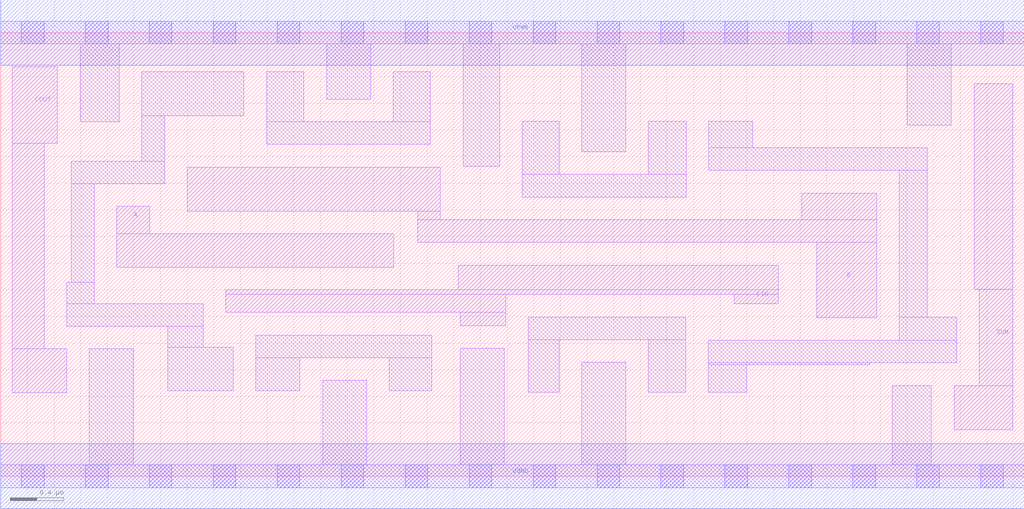
<source format=lef>
# Copyright 2020 The SkyWater PDK Authors
#
# Licensed under the Apache License, Version 2.0 (the "License");
# you may not use this file except in compliance with the License.
# You may obtain a copy of the License at
#
#     https://www.apache.org/licenses/LICENSE-2.0
#
# Unless required by applicable law or agreed to in writing, software
# distributed under the License is distributed on an "AS IS" BASIS,
# WITHOUT WARRANTIES OR CONDITIONS OF ANY KIND, either express or implied.
# See the License for the specific language governing permissions and
# limitations under the License.
#
# SPDX-License-Identifier: Apache-2.0

VERSION 5.7 ;
  NAMESCASESENSITIVE ON ;
  NOWIREEXTENSIONATPIN ON ;
  DIVIDERCHAR "/" ;
  BUSBITCHARS "[]" ;
UNITS
  DATABASE MICRONS 200 ;
END UNITS
MACRO sky130_fd_sc_lp__fa_0
  CLASS CORE ;
  SOURCE USER ;
  FOREIGN sky130_fd_sc_lp__fa_0 ;
  ORIGIN  0.000000  0.000000 ;
  SIZE  7.680000 BY  3.330000 ;
  SYMMETRY X Y R90 ;
  SITE unit ;
  PIN A
    ANTENNAGATEAREA  0.504000 ;
    DIRECTION INPUT ;
    USE SIGNAL ;
    PORT
      LAYER li1 ;
        RECT 0.870000 1.570000 2.950000 1.820000 ;
        RECT 0.870000 1.820000 1.120000 2.025000 ;
    END
  END A
  PIN B
    ANTENNAGATEAREA  0.504000 ;
    DIRECTION INPUT ;
    USE SIGNAL ;
    PORT
      LAYER li1 ;
        RECT 1.400000 1.990000 3.300000 2.320000 ;
        RECT 3.130000 1.755000 6.575000 1.925000 ;
        RECT 3.130000 1.925000 3.300000 1.990000 ;
        RECT 6.010000 1.925000 6.575000 2.125000 ;
        RECT 6.125000 1.190000 6.575000 1.755000 ;
    END
  END B
  PIN CIN
    ANTENNAGATEAREA  0.378000 ;
    DIRECTION INPUT ;
    USE SIGNAL ;
    PORT
      LAYER li1 ;
        RECT 1.690000 1.230000 3.790000 1.365000 ;
        RECT 1.690000 1.365000 5.835000 1.400000 ;
        RECT 3.435000 1.400000 5.835000 1.585000 ;
        RECT 3.450000 1.130000 3.790000 1.230000 ;
        RECT 5.505000 1.295000 5.835000 1.365000 ;
    END
  END CIN
  PIN COUT
    ANTENNADIFFAREA  0.280900 ;
    DIRECTION OUTPUT ;
    USE SIGNAL ;
    PORT
      LAYER li1 ;
        RECT 0.085000 0.625000 0.495000 0.955000 ;
        RECT 0.085000 0.955000 0.325000 2.500000 ;
        RECT 0.085000 2.500000 0.425000 3.075000 ;
    END
  END COUT
  PIN SUM
    ANTENNADIFFAREA  0.280900 ;
    DIRECTION OUTPUT ;
    USE SIGNAL ;
    PORT
      LAYER li1 ;
        RECT 7.155000 0.350000 7.595000 0.680000 ;
        RECT 7.305000 1.405000 7.595000 2.945000 ;
        RECT 7.345000 0.680000 7.595000 1.405000 ;
    END
  END SUM
  PIN VGND
    DIRECTION INOUT ;
    USE GROUND ;
    PORT
      LAYER met1 ;
        RECT 0.000000 -0.245000 7.680000 0.245000 ;
    END
  END VGND
  PIN VPWR
    DIRECTION INOUT ;
    USE POWER ;
    PORT
      LAYER met1 ;
        RECT 0.000000 3.085000 7.680000 3.575000 ;
    END
  END VPWR
  OBS
    LAYER li1 ;
      RECT 0.000000 -0.085000 7.680000 0.085000 ;
      RECT 0.000000  3.245000 7.680000 3.415000 ;
      RECT 0.495000  1.125000 1.520000 1.295000 ;
      RECT 0.495000  1.295000 0.700000 1.455000 ;
      RECT 0.530000  1.455000 0.700000 2.195000 ;
      RECT 0.530000  2.195000 1.230000 2.365000 ;
      RECT 0.595000  2.660000 0.890000 3.245000 ;
      RECT 0.665000  0.085000 0.995000 0.955000 ;
      RECT 1.060000  2.365000 1.230000 2.705000 ;
      RECT 1.060000  2.705000 1.825000 3.035000 ;
      RECT 1.255000  0.640000 1.745000 0.970000 ;
      RECT 1.255000  0.970000 1.520000 1.125000 ;
      RECT 1.915000  0.640000 2.245000 0.890000 ;
      RECT 1.915000  0.890000 3.235000 1.060000 ;
      RECT 1.995000  2.490000 3.225000 2.660000 ;
      RECT 1.995000  2.660000 2.275000 3.035000 ;
      RECT 2.415000  0.085000 2.745000 0.720000 ;
      RECT 2.445000  2.830000 2.775000 3.245000 ;
      RECT 2.915000  0.640000 3.235000 0.890000 ;
      RECT 2.945000  2.660000 3.225000 3.035000 ;
      RECT 3.450000  0.085000 3.780000 0.960000 ;
      RECT 3.470000  2.325000 3.745000 3.245000 ;
      RECT 3.915000  2.095000 5.145000 2.265000 ;
      RECT 3.915000  2.265000 4.190000 2.665000 ;
      RECT 3.960000  0.630000 4.190000 1.025000 ;
      RECT 3.960000  1.025000 5.140000 1.195000 ;
      RECT 4.360000  0.085000 4.690000 0.855000 ;
      RECT 4.360000  2.435000 4.690000 3.245000 ;
      RECT 4.860000  0.630000 5.140000 1.025000 ;
      RECT 4.860000  2.265000 5.145000 2.665000 ;
      RECT 5.310000  0.630000 5.600000 0.835000 ;
      RECT 5.310000  0.835000 6.520000 0.850000 ;
      RECT 5.310000  0.850000 7.175000 1.020000 ;
      RECT 5.315000  2.295000 6.955000 2.465000 ;
      RECT 5.315000  2.465000 5.645000 2.665000 ;
      RECT 6.690000  0.085000 6.985000 0.680000 ;
      RECT 6.745000  1.020000 7.175000 1.195000 ;
      RECT 6.745000  1.195000 6.955000 2.295000 ;
      RECT 6.805000  2.635000 7.135000 3.245000 ;
    LAYER mcon ;
      RECT 0.155000 -0.085000 0.325000 0.085000 ;
      RECT 0.155000  3.245000 0.325000 3.415000 ;
      RECT 0.635000 -0.085000 0.805000 0.085000 ;
      RECT 0.635000  3.245000 0.805000 3.415000 ;
      RECT 1.115000 -0.085000 1.285000 0.085000 ;
      RECT 1.115000  3.245000 1.285000 3.415000 ;
      RECT 1.595000 -0.085000 1.765000 0.085000 ;
      RECT 1.595000  3.245000 1.765000 3.415000 ;
      RECT 2.075000 -0.085000 2.245000 0.085000 ;
      RECT 2.075000  3.245000 2.245000 3.415000 ;
      RECT 2.555000 -0.085000 2.725000 0.085000 ;
      RECT 2.555000  3.245000 2.725000 3.415000 ;
      RECT 3.035000 -0.085000 3.205000 0.085000 ;
      RECT 3.035000  3.245000 3.205000 3.415000 ;
      RECT 3.515000 -0.085000 3.685000 0.085000 ;
      RECT 3.515000  3.245000 3.685000 3.415000 ;
      RECT 3.995000 -0.085000 4.165000 0.085000 ;
      RECT 3.995000  3.245000 4.165000 3.415000 ;
      RECT 4.475000 -0.085000 4.645000 0.085000 ;
      RECT 4.475000  3.245000 4.645000 3.415000 ;
      RECT 4.955000 -0.085000 5.125000 0.085000 ;
      RECT 4.955000  3.245000 5.125000 3.415000 ;
      RECT 5.435000 -0.085000 5.605000 0.085000 ;
      RECT 5.435000  3.245000 5.605000 3.415000 ;
      RECT 5.915000 -0.085000 6.085000 0.085000 ;
      RECT 5.915000  3.245000 6.085000 3.415000 ;
      RECT 6.395000 -0.085000 6.565000 0.085000 ;
      RECT 6.395000  3.245000 6.565000 3.415000 ;
      RECT 6.875000 -0.085000 7.045000 0.085000 ;
      RECT 6.875000  3.245000 7.045000 3.415000 ;
      RECT 7.355000 -0.085000 7.525000 0.085000 ;
      RECT 7.355000  3.245000 7.525000 3.415000 ;
  END
END sky130_fd_sc_lp__fa_0

</source>
